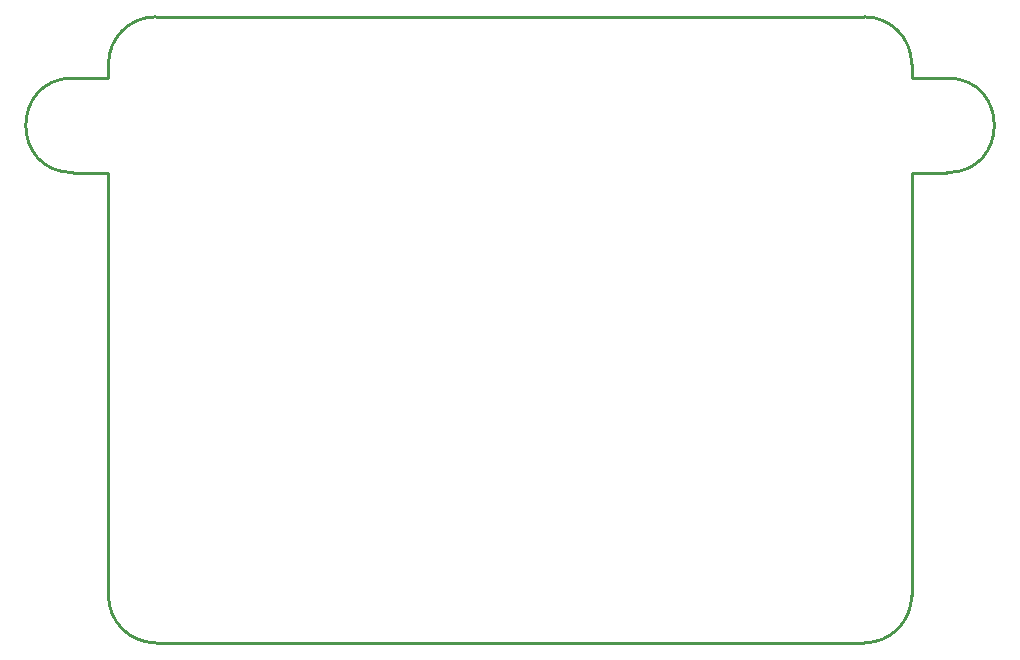
<source format=gm1>
G04*
G04 #@! TF.GenerationSoftware,Altium Limited,Altium Designer,18.1.4 (159)*
G04*
G04 Layer_Color=16711935*
%FSLAX24Y24*%
%MOIN*%
G70*
G01*
G75*
%ADD11C,0.0100*%
D11*
X11811Y0D02*
G03*
X13386Y1575I0J1575D01*
G01*
X-13386D02*
G03*
X-11811Y0I1575J0D01*
G01*
Y20866D02*
G03*
X-13386Y19291I0J-1575D01*
G01*
X13386D02*
G03*
X11811Y20866I-1575J0D01*
G01*
X-14567Y18823D02*
G03*
X-14567Y15673I0J-1575D01*
G01*
X14567D02*
G03*
X14567Y18823I0J1575D01*
G01*
X-11811Y0D02*
X11811D01*
X13386Y1575D02*
X13386Y15673D01*
X-13386Y1575D02*
X-13386Y15673D01*
X-14567D02*
X-13386D01*
X-14567Y18823D02*
X-13386D01*
X-11811Y20866D02*
X11811Y20866D01*
X-13386Y18823D02*
Y19291D01*
X13388Y15673D02*
X14567D01*
X13386Y18823D02*
Y19291D01*
Y18823D02*
X14567D01*
M02*

</source>
